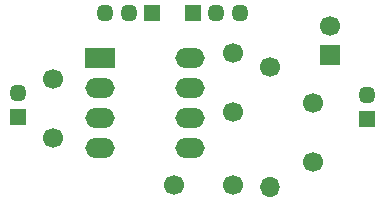
<source format=gbr>
G04 #@! TF.GenerationSoftware,KiCad,Pcbnew,5.1.6*
G04 #@! TF.CreationDate,2020-08-02T20:42:37+02:00*
G04 #@! TF.ProjectId,little_gem,6c697474-6c65-45f6-9765-6d2e6b696361,rev?*
G04 #@! TF.SameCoordinates,Original*
G04 #@! TF.FileFunction,Soldermask,Top*
G04 #@! TF.FilePolarity,Negative*
%FSLAX46Y46*%
G04 Gerber Fmt 4.6, Leading zero omitted, Abs format (unit mm)*
G04 Created by KiCad (PCBNEW 5.1.6) date 2020-08-02 20:42:37*
%MOMM*%
%LPD*%
G01*
G04 APERTURE LIST*
%ADD10R,1.700000X1.700000*%
%ADD11C,1.700000*%
%ADD12R,1.450000X1.450000*%
%ADD13O,1.450000X1.450000*%
%ADD14O,1.700000X1.700000*%
%ADD15R,2.500000X1.700000*%
%ADD16O,2.500000X1.700000*%
G04 APERTURE END LIST*
D10*
X159400000Y-102000000D03*
D11*
X159400000Y-99500000D03*
D12*
X147800000Y-98400000D03*
D13*
X149800000Y-98400000D03*
X151800000Y-98400000D03*
X162600000Y-105400000D03*
D12*
X162600000Y-107400000D03*
D11*
X136000000Y-104000000D03*
X136000000Y-109000000D03*
X146200000Y-113000000D03*
X151200000Y-113000000D03*
X151200000Y-106800000D03*
X151200000Y-101800000D03*
X158000000Y-106000000D03*
X158000000Y-111000000D03*
X154400000Y-103000000D03*
D14*
X154400000Y-113160000D03*
D15*
X140005001Y-102195001D03*
D16*
X147625001Y-109815001D03*
X140005001Y-104735001D03*
X147625001Y-107275001D03*
X140005001Y-107275001D03*
X147625001Y-104735001D03*
X140005001Y-109815001D03*
X147625001Y-102195001D03*
D13*
X140400000Y-98400000D03*
X142400000Y-98400000D03*
D12*
X144400000Y-98400000D03*
X133000000Y-107200000D03*
D13*
X133000000Y-105200000D03*
M02*

</source>
